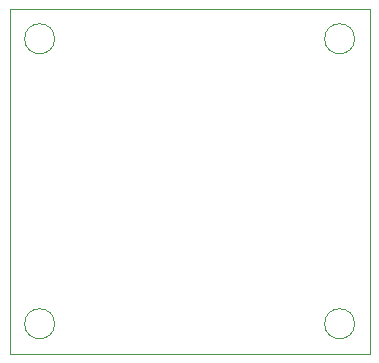
<source format=gbr>
%TF.GenerationSoftware,KiCad,Pcbnew,(6.0.10)*%
%TF.CreationDate,2023-02-16T14:14:42-08:00*%
%TF.ProjectId,Exercise 2,45786572-6369-4736-9520-322e6b696361,rev?*%
%TF.SameCoordinates,Original*%
%TF.FileFunction,Profile,NP*%
%FSLAX46Y46*%
G04 Gerber Fmt 4.6, Leading zero omitted, Abs format (unit mm)*
G04 Created by KiCad (PCBNEW (6.0.10)) date 2023-02-16 14:14:42*
%MOMM*%
%LPD*%
G01*
G04 APERTURE LIST*
%TA.AperFunction,Profile*%
%ADD10C,0.100000*%
%TD*%
G04 APERTURE END LIST*
D10*
X142240000Y-76200000D02*
X172720000Y-76200000D01*
X172720000Y-76200000D02*
X172720000Y-105410000D01*
X172720000Y-105410000D02*
X142240000Y-105410000D01*
X142240000Y-105410000D02*
X142240000Y-76200000D01*
X171450000Y-78740000D02*
G75*
G03*
X171450000Y-78740000I-1270000J0D01*
G01*
X146050000Y-102870000D02*
G75*
G03*
X146050000Y-102870000I-1270000J0D01*
G01*
X171450000Y-102870000D02*
G75*
G03*
X171450000Y-102870000I-1270000J0D01*
G01*
X146050000Y-78740000D02*
G75*
G03*
X146050000Y-78740000I-1270000J0D01*
G01*
M02*

</source>
